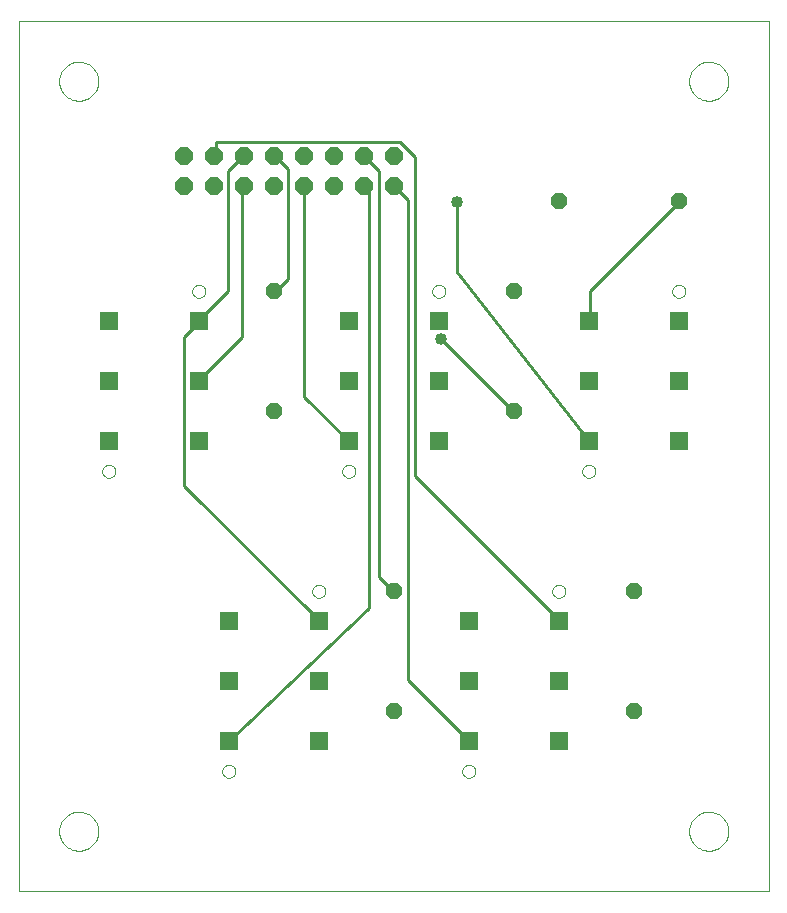
<source format=gtl>
G75*
G70*
%OFA0B0*%
%FSLAX24Y24*%
%IPPOS*%
%LPD*%
%AMOC8*
5,1,8,0,0,1.08239X$1,22.5*
%
%ADD10C,0.0000*%
%ADD11R,0.0591X0.0591*%
%ADD12OC8,0.0600*%
%ADD13OC8,0.0520*%
%ADD14C,0.0100*%
%ADD15C,0.0400*%
D10*
X000100Y000100D02*
X000100Y029100D01*
X025100Y029100D01*
X025100Y000100D01*
X000100Y000100D01*
X001450Y002100D02*
X001452Y002150D01*
X001458Y002200D01*
X001468Y002250D01*
X001481Y002298D01*
X001498Y002346D01*
X001519Y002392D01*
X001543Y002436D01*
X001571Y002478D01*
X001602Y002518D01*
X001636Y002555D01*
X001673Y002590D01*
X001712Y002621D01*
X001753Y002650D01*
X001797Y002675D01*
X001843Y002697D01*
X001890Y002715D01*
X001938Y002729D01*
X001987Y002740D01*
X002037Y002747D01*
X002087Y002750D01*
X002138Y002749D01*
X002188Y002744D01*
X002238Y002735D01*
X002286Y002723D01*
X002334Y002706D01*
X002380Y002686D01*
X002425Y002663D01*
X002468Y002636D01*
X002508Y002606D01*
X002546Y002573D01*
X002581Y002537D01*
X002614Y002498D01*
X002643Y002457D01*
X002669Y002414D01*
X002692Y002369D01*
X002711Y002322D01*
X002726Y002274D01*
X002738Y002225D01*
X002746Y002175D01*
X002750Y002125D01*
X002750Y002075D01*
X002746Y002025D01*
X002738Y001975D01*
X002726Y001926D01*
X002711Y001878D01*
X002692Y001831D01*
X002669Y001786D01*
X002643Y001743D01*
X002614Y001702D01*
X002581Y001663D01*
X002546Y001627D01*
X002508Y001594D01*
X002468Y001564D01*
X002425Y001537D01*
X002380Y001514D01*
X002334Y001494D01*
X002286Y001477D01*
X002238Y001465D01*
X002188Y001456D01*
X002138Y001451D01*
X002087Y001450D01*
X002037Y001453D01*
X001987Y001460D01*
X001938Y001471D01*
X001890Y001485D01*
X001843Y001503D01*
X001797Y001525D01*
X001753Y001550D01*
X001712Y001579D01*
X001673Y001610D01*
X001636Y001645D01*
X001602Y001682D01*
X001571Y001722D01*
X001543Y001764D01*
X001519Y001808D01*
X001498Y001854D01*
X001481Y001902D01*
X001468Y001950D01*
X001458Y002000D01*
X001452Y002050D01*
X001450Y002100D01*
X006883Y004100D02*
X006885Y004129D01*
X006891Y004157D01*
X006900Y004185D01*
X006913Y004211D01*
X006930Y004234D01*
X006949Y004256D01*
X006971Y004275D01*
X006996Y004290D01*
X007022Y004303D01*
X007050Y004311D01*
X007078Y004316D01*
X007107Y004317D01*
X007136Y004314D01*
X007164Y004307D01*
X007191Y004297D01*
X007217Y004283D01*
X007240Y004266D01*
X007261Y004246D01*
X007279Y004223D01*
X007294Y004198D01*
X007305Y004171D01*
X007313Y004143D01*
X007317Y004114D01*
X007317Y004086D01*
X007313Y004057D01*
X007305Y004029D01*
X007294Y004002D01*
X007279Y003977D01*
X007261Y003954D01*
X007240Y003934D01*
X007217Y003917D01*
X007191Y003903D01*
X007164Y003893D01*
X007136Y003886D01*
X007107Y003883D01*
X007078Y003884D01*
X007050Y003889D01*
X007022Y003897D01*
X006996Y003910D01*
X006971Y003925D01*
X006949Y003944D01*
X006930Y003966D01*
X006913Y003989D01*
X006900Y004015D01*
X006891Y004043D01*
X006885Y004071D01*
X006883Y004100D01*
X009883Y010100D02*
X009885Y010129D01*
X009891Y010157D01*
X009900Y010185D01*
X009913Y010211D01*
X009930Y010234D01*
X009949Y010256D01*
X009971Y010275D01*
X009996Y010290D01*
X010022Y010303D01*
X010050Y010311D01*
X010078Y010316D01*
X010107Y010317D01*
X010136Y010314D01*
X010164Y010307D01*
X010191Y010297D01*
X010217Y010283D01*
X010240Y010266D01*
X010261Y010246D01*
X010279Y010223D01*
X010294Y010198D01*
X010305Y010171D01*
X010313Y010143D01*
X010317Y010114D01*
X010317Y010086D01*
X010313Y010057D01*
X010305Y010029D01*
X010294Y010002D01*
X010279Y009977D01*
X010261Y009954D01*
X010240Y009934D01*
X010217Y009917D01*
X010191Y009903D01*
X010164Y009893D01*
X010136Y009886D01*
X010107Y009883D01*
X010078Y009884D01*
X010050Y009889D01*
X010022Y009897D01*
X009996Y009910D01*
X009971Y009925D01*
X009949Y009944D01*
X009930Y009966D01*
X009913Y009989D01*
X009900Y010015D01*
X009891Y010043D01*
X009885Y010071D01*
X009883Y010100D01*
X010883Y014100D02*
X010885Y014129D01*
X010891Y014157D01*
X010900Y014185D01*
X010913Y014211D01*
X010930Y014234D01*
X010949Y014256D01*
X010971Y014275D01*
X010996Y014290D01*
X011022Y014303D01*
X011050Y014311D01*
X011078Y014316D01*
X011107Y014317D01*
X011136Y014314D01*
X011164Y014307D01*
X011191Y014297D01*
X011217Y014283D01*
X011240Y014266D01*
X011261Y014246D01*
X011279Y014223D01*
X011294Y014198D01*
X011305Y014171D01*
X011313Y014143D01*
X011317Y014114D01*
X011317Y014086D01*
X011313Y014057D01*
X011305Y014029D01*
X011294Y014002D01*
X011279Y013977D01*
X011261Y013954D01*
X011240Y013934D01*
X011217Y013917D01*
X011191Y013903D01*
X011164Y013893D01*
X011136Y013886D01*
X011107Y013883D01*
X011078Y013884D01*
X011050Y013889D01*
X011022Y013897D01*
X010996Y013910D01*
X010971Y013925D01*
X010949Y013944D01*
X010930Y013966D01*
X010913Y013989D01*
X010900Y014015D01*
X010891Y014043D01*
X010885Y014071D01*
X010883Y014100D01*
X013883Y020100D02*
X013885Y020129D01*
X013891Y020157D01*
X013900Y020185D01*
X013913Y020211D01*
X013930Y020234D01*
X013949Y020256D01*
X013971Y020275D01*
X013996Y020290D01*
X014022Y020303D01*
X014050Y020311D01*
X014078Y020316D01*
X014107Y020317D01*
X014136Y020314D01*
X014164Y020307D01*
X014191Y020297D01*
X014217Y020283D01*
X014240Y020266D01*
X014261Y020246D01*
X014279Y020223D01*
X014294Y020198D01*
X014305Y020171D01*
X014313Y020143D01*
X014317Y020114D01*
X014317Y020086D01*
X014313Y020057D01*
X014305Y020029D01*
X014294Y020002D01*
X014279Y019977D01*
X014261Y019954D01*
X014240Y019934D01*
X014217Y019917D01*
X014191Y019903D01*
X014164Y019893D01*
X014136Y019886D01*
X014107Y019883D01*
X014078Y019884D01*
X014050Y019889D01*
X014022Y019897D01*
X013996Y019910D01*
X013971Y019925D01*
X013949Y019944D01*
X013930Y019966D01*
X013913Y019989D01*
X013900Y020015D01*
X013891Y020043D01*
X013885Y020071D01*
X013883Y020100D01*
X018883Y014100D02*
X018885Y014129D01*
X018891Y014157D01*
X018900Y014185D01*
X018913Y014211D01*
X018930Y014234D01*
X018949Y014256D01*
X018971Y014275D01*
X018996Y014290D01*
X019022Y014303D01*
X019050Y014311D01*
X019078Y014316D01*
X019107Y014317D01*
X019136Y014314D01*
X019164Y014307D01*
X019191Y014297D01*
X019217Y014283D01*
X019240Y014266D01*
X019261Y014246D01*
X019279Y014223D01*
X019294Y014198D01*
X019305Y014171D01*
X019313Y014143D01*
X019317Y014114D01*
X019317Y014086D01*
X019313Y014057D01*
X019305Y014029D01*
X019294Y014002D01*
X019279Y013977D01*
X019261Y013954D01*
X019240Y013934D01*
X019217Y013917D01*
X019191Y013903D01*
X019164Y013893D01*
X019136Y013886D01*
X019107Y013883D01*
X019078Y013884D01*
X019050Y013889D01*
X019022Y013897D01*
X018996Y013910D01*
X018971Y013925D01*
X018949Y013944D01*
X018930Y013966D01*
X018913Y013989D01*
X018900Y014015D01*
X018891Y014043D01*
X018885Y014071D01*
X018883Y014100D01*
X017883Y010100D02*
X017885Y010129D01*
X017891Y010157D01*
X017900Y010185D01*
X017913Y010211D01*
X017930Y010234D01*
X017949Y010256D01*
X017971Y010275D01*
X017996Y010290D01*
X018022Y010303D01*
X018050Y010311D01*
X018078Y010316D01*
X018107Y010317D01*
X018136Y010314D01*
X018164Y010307D01*
X018191Y010297D01*
X018217Y010283D01*
X018240Y010266D01*
X018261Y010246D01*
X018279Y010223D01*
X018294Y010198D01*
X018305Y010171D01*
X018313Y010143D01*
X018317Y010114D01*
X018317Y010086D01*
X018313Y010057D01*
X018305Y010029D01*
X018294Y010002D01*
X018279Y009977D01*
X018261Y009954D01*
X018240Y009934D01*
X018217Y009917D01*
X018191Y009903D01*
X018164Y009893D01*
X018136Y009886D01*
X018107Y009883D01*
X018078Y009884D01*
X018050Y009889D01*
X018022Y009897D01*
X017996Y009910D01*
X017971Y009925D01*
X017949Y009944D01*
X017930Y009966D01*
X017913Y009989D01*
X017900Y010015D01*
X017891Y010043D01*
X017885Y010071D01*
X017883Y010100D01*
X014883Y004100D02*
X014885Y004129D01*
X014891Y004157D01*
X014900Y004185D01*
X014913Y004211D01*
X014930Y004234D01*
X014949Y004256D01*
X014971Y004275D01*
X014996Y004290D01*
X015022Y004303D01*
X015050Y004311D01*
X015078Y004316D01*
X015107Y004317D01*
X015136Y004314D01*
X015164Y004307D01*
X015191Y004297D01*
X015217Y004283D01*
X015240Y004266D01*
X015261Y004246D01*
X015279Y004223D01*
X015294Y004198D01*
X015305Y004171D01*
X015313Y004143D01*
X015317Y004114D01*
X015317Y004086D01*
X015313Y004057D01*
X015305Y004029D01*
X015294Y004002D01*
X015279Y003977D01*
X015261Y003954D01*
X015240Y003934D01*
X015217Y003917D01*
X015191Y003903D01*
X015164Y003893D01*
X015136Y003886D01*
X015107Y003883D01*
X015078Y003884D01*
X015050Y003889D01*
X015022Y003897D01*
X014996Y003910D01*
X014971Y003925D01*
X014949Y003944D01*
X014930Y003966D01*
X014913Y003989D01*
X014900Y004015D01*
X014891Y004043D01*
X014885Y004071D01*
X014883Y004100D01*
X022450Y002100D02*
X022452Y002150D01*
X022458Y002200D01*
X022468Y002250D01*
X022481Y002298D01*
X022498Y002346D01*
X022519Y002392D01*
X022543Y002436D01*
X022571Y002478D01*
X022602Y002518D01*
X022636Y002555D01*
X022673Y002590D01*
X022712Y002621D01*
X022753Y002650D01*
X022797Y002675D01*
X022843Y002697D01*
X022890Y002715D01*
X022938Y002729D01*
X022987Y002740D01*
X023037Y002747D01*
X023087Y002750D01*
X023138Y002749D01*
X023188Y002744D01*
X023238Y002735D01*
X023286Y002723D01*
X023334Y002706D01*
X023380Y002686D01*
X023425Y002663D01*
X023468Y002636D01*
X023508Y002606D01*
X023546Y002573D01*
X023581Y002537D01*
X023614Y002498D01*
X023643Y002457D01*
X023669Y002414D01*
X023692Y002369D01*
X023711Y002322D01*
X023726Y002274D01*
X023738Y002225D01*
X023746Y002175D01*
X023750Y002125D01*
X023750Y002075D01*
X023746Y002025D01*
X023738Y001975D01*
X023726Y001926D01*
X023711Y001878D01*
X023692Y001831D01*
X023669Y001786D01*
X023643Y001743D01*
X023614Y001702D01*
X023581Y001663D01*
X023546Y001627D01*
X023508Y001594D01*
X023468Y001564D01*
X023425Y001537D01*
X023380Y001514D01*
X023334Y001494D01*
X023286Y001477D01*
X023238Y001465D01*
X023188Y001456D01*
X023138Y001451D01*
X023087Y001450D01*
X023037Y001453D01*
X022987Y001460D01*
X022938Y001471D01*
X022890Y001485D01*
X022843Y001503D01*
X022797Y001525D01*
X022753Y001550D01*
X022712Y001579D01*
X022673Y001610D01*
X022636Y001645D01*
X022602Y001682D01*
X022571Y001722D01*
X022543Y001764D01*
X022519Y001808D01*
X022498Y001854D01*
X022481Y001902D01*
X022468Y001950D01*
X022458Y002000D01*
X022452Y002050D01*
X022450Y002100D01*
X021883Y020100D02*
X021885Y020129D01*
X021891Y020157D01*
X021900Y020185D01*
X021913Y020211D01*
X021930Y020234D01*
X021949Y020256D01*
X021971Y020275D01*
X021996Y020290D01*
X022022Y020303D01*
X022050Y020311D01*
X022078Y020316D01*
X022107Y020317D01*
X022136Y020314D01*
X022164Y020307D01*
X022191Y020297D01*
X022217Y020283D01*
X022240Y020266D01*
X022261Y020246D01*
X022279Y020223D01*
X022294Y020198D01*
X022305Y020171D01*
X022313Y020143D01*
X022317Y020114D01*
X022317Y020086D01*
X022313Y020057D01*
X022305Y020029D01*
X022294Y020002D01*
X022279Y019977D01*
X022261Y019954D01*
X022240Y019934D01*
X022217Y019917D01*
X022191Y019903D01*
X022164Y019893D01*
X022136Y019886D01*
X022107Y019883D01*
X022078Y019884D01*
X022050Y019889D01*
X022022Y019897D01*
X021996Y019910D01*
X021971Y019925D01*
X021949Y019944D01*
X021930Y019966D01*
X021913Y019989D01*
X021900Y020015D01*
X021891Y020043D01*
X021885Y020071D01*
X021883Y020100D01*
X022450Y027100D02*
X022452Y027150D01*
X022458Y027200D01*
X022468Y027250D01*
X022481Y027298D01*
X022498Y027346D01*
X022519Y027392D01*
X022543Y027436D01*
X022571Y027478D01*
X022602Y027518D01*
X022636Y027555D01*
X022673Y027590D01*
X022712Y027621D01*
X022753Y027650D01*
X022797Y027675D01*
X022843Y027697D01*
X022890Y027715D01*
X022938Y027729D01*
X022987Y027740D01*
X023037Y027747D01*
X023087Y027750D01*
X023138Y027749D01*
X023188Y027744D01*
X023238Y027735D01*
X023286Y027723D01*
X023334Y027706D01*
X023380Y027686D01*
X023425Y027663D01*
X023468Y027636D01*
X023508Y027606D01*
X023546Y027573D01*
X023581Y027537D01*
X023614Y027498D01*
X023643Y027457D01*
X023669Y027414D01*
X023692Y027369D01*
X023711Y027322D01*
X023726Y027274D01*
X023738Y027225D01*
X023746Y027175D01*
X023750Y027125D01*
X023750Y027075D01*
X023746Y027025D01*
X023738Y026975D01*
X023726Y026926D01*
X023711Y026878D01*
X023692Y026831D01*
X023669Y026786D01*
X023643Y026743D01*
X023614Y026702D01*
X023581Y026663D01*
X023546Y026627D01*
X023508Y026594D01*
X023468Y026564D01*
X023425Y026537D01*
X023380Y026514D01*
X023334Y026494D01*
X023286Y026477D01*
X023238Y026465D01*
X023188Y026456D01*
X023138Y026451D01*
X023087Y026450D01*
X023037Y026453D01*
X022987Y026460D01*
X022938Y026471D01*
X022890Y026485D01*
X022843Y026503D01*
X022797Y026525D01*
X022753Y026550D01*
X022712Y026579D01*
X022673Y026610D01*
X022636Y026645D01*
X022602Y026682D01*
X022571Y026722D01*
X022543Y026764D01*
X022519Y026808D01*
X022498Y026854D01*
X022481Y026902D01*
X022468Y026950D01*
X022458Y027000D01*
X022452Y027050D01*
X022450Y027100D01*
X005883Y020100D02*
X005885Y020129D01*
X005891Y020157D01*
X005900Y020185D01*
X005913Y020211D01*
X005930Y020234D01*
X005949Y020256D01*
X005971Y020275D01*
X005996Y020290D01*
X006022Y020303D01*
X006050Y020311D01*
X006078Y020316D01*
X006107Y020317D01*
X006136Y020314D01*
X006164Y020307D01*
X006191Y020297D01*
X006217Y020283D01*
X006240Y020266D01*
X006261Y020246D01*
X006279Y020223D01*
X006294Y020198D01*
X006305Y020171D01*
X006313Y020143D01*
X006317Y020114D01*
X006317Y020086D01*
X006313Y020057D01*
X006305Y020029D01*
X006294Y020002D01*
X006279Y019977D01*
X006261Y019954D01*
X006240Y019934D01*
X006217Y019917D01*
X006191Y019903D01*
X006164Y019893D01*
X006136Y019886D01*
X006107Y019883D01*
X006078Y019884D01*
X006050Y019889D01*
X006022Y019897D01*
X005996Y019910D01*
X005971Y019925D01*
X005949Y019944D01*
X005930Y019966D01*
X005913Y019989D01*
X005900Y020015D01*
X005891Y020043D01*
X005885Y020071D01*
X005883Y020100D01*
X002883Y014100D02*
X002885Y014129D01*
X002891Y014157D01*
X002900Y014185D01*
X002913Y014211D01*
X002930Y014234D01*
X002949Y014256D01*
X002971Y014275D01*
X002996Y014290D01*
X003022Y014303D01*
X003050Y014311D01*
X003078Y014316D01*
X003107Y014317D01*
X003136Y014314D01*
X003164Y014307D01*
X003191Y014297D01*
X003217Y014283D01*
X003240Y014266D01*
X003261Y014246D01*
X003279Y014223D01*
X003294Y014198D01*
X003305Y014171D01*
X003313Y014143D01*
X003317Y014114D01*
X003317Y014086D01*
X003313Y014057D01*
X003305Y014029D01*
X003294Y014002D01*
X003279Y013977D01*
X003261Y013954D01*
X003240Y013934D01*
X003217Y013917D01*
X003191Y013903D01*
X003164Y013893D01*
X003136Y013886D01*
X003107Y013883D01*
X003078Y013884D01*
X003050Y013889D01*
X003022Y013897D01*
X002996Y013910D01*
X002971Y013925D01*
X002949Y013944D01*
X002930Y013966D01*
X002913Y013989D01*
X002900Y014015D01*
X002891Y014043D01*
X002885Y014071D01*
X002883Y014100D01*
X001450Y027100D02*
X001452Y027150D01*
X001458Y027200D01*
X001468Y027250D01*
X001481Y027298D01*
X001498Y027346D01*
X001519Y027392D01*
X001543Y027436D01*
X001571Y027478D01*
X001602Y027518D01*
X001636Y027555D01*
X001673Y027590D01*
X001712Y027621D01*
X001753Y027650D01*
X001797Y027675D01*
X001843Y027697D01*
X001890Y027715D01*
X001938Y027729D01*
X001987Y027740D01*
X002037Y027747D01*
X002087Y027750D01*
X002138Y027749D01*
X002188Y027744D01*
X002238Y027735D01*
X002286Y027723D01*
X002334Y027706D01*
X002380Y027686D01*
X002425Y027663D01*
X002468Y027636D01*
X002508Y027606D01*
X002546Y027573D01*
X002581Y027537D01*
X002614Y027498D01*
X002643Y027457D01*
X002669Y027414D01*
X002692Y027369D01*
X002711Y027322D01*
X002726Y027274D01*
X002738Y027225D01*
X002746Y027175D01*
X002750Y027125D01*
X002750Y027075D01*
X002746Y027025D01*
X002738Y026975D01*
X002726Y026926D01*
X002711Y026878D01*
X002692Y026831D01*
X002669Y026786D01*
X002643Y026743D01*
X002614Y026702D01*
X002581Y026663D01*
X002546Y026627D01*
X002508Y026594D01*
X002468Y026564D01*
X002425Y026537D01*
X002380Y026514D01*
X002334Y026494D01*
X002286Y026477D01*
X002238Y026465D01*
X002188Y026456D01*
X002138Y026451D01*
X002087Y026450D01*
X002037Y026453D01*
X001987Y026460D01*
X001938Y026471D01*
X001890Y026485D01*
X001843Y026503D01*
X001797Y026525D01*
X001753Y026550D01*
X001712Y026579D01*
X001673Y026610D01*
X001636Y026645D01*
X001602Y026682D01*
X001571Y026722D01*
X001543Y026764D01*
X001519Y026808D01*
X001498Y026854D01*
X001481Y026902D01*
X001468Y026950D01*
X001458Y027000D01*
X001452Y027050D01*
X001450Y027100D01*
D11*
X003100Y019100D03*
X003100Y017100D03*
X003100Y015100D03*
X006100Y015100D03*
X006100Y017100D03*
X006100Y019100D03*
X011100Y019100D03*
X011100Y017100D03*
X011100Y015100D03*
X014100Y015100D03*
X014100Y017100D03*
X014100Y019100D03*
X019100Y019100D03*
X019100Y017100D03*
X019100Y015100D03*
X022100Y015100D03*
X022100Y017100D03*
X022100Y019100D03*
X018100Y009100D03*
X018100Y007100D03*
X018100Y005100D03*
X015100Y005100D03*
X015100Y007100D03*
X015100Y009100D03*
X010100Y009100D03*
X010100Y007100D03*
X010100Y005100D03*
X007100Y005100D03*
X007100Y007100D03*
X007100Y009100D03*
D12*
X006600Y023600D03*
X006600Y024600D03*
X005600Y024600D03*
X005600Y023600D03*
X007600Y023600D03*
X007600Y024600D03*
X008600Y024600D03*
X008600Y023600D03*
X009600Y023600D03*
X009600Y024600D03*
X010600Y024600D03*
X010600Y023600D03*
X011600Y023600D03*
X011600Y024600D03*
X012600Y024600D03*
X012600Y023600D03*
D13*
X016600Y020100D03*
X018100Y023100D03*
X022100Y023100D03*
X016600Y016100D03*
X012600Y010100D03*
X012600Y006100D03*
X020600Y006100D03*
X020600Y010100D03*
X008600Y016100D03*
X008600Y020100D03*
D14*
X008660Y020100D01*
X009060Y020500D01*
X009060Y024180D01*
X008660Y024580D01*
X008600Y024600D01*
X007600Y024600D02*
X007540Y024580D01*
X007060Y024100D01*
X007060Y020100D01*
X006100Y019140D01*
X006100Y019100D01*
X006100Y019060D01*
X005620Y018580D01*
X005620Y013620D01*
X010100Y009140D01*
X010100Y009100D01*
X011790Y009540D02*
X011790Y023540D01*
X011600Y023600D01*
X012100Y024100D02*
X011600Y024600D01*
X012100Y024100D02*
X012100Y010580D01*
X012580Y010100D01*
X012600Y010100D01*
X011790Y009540D02*
X007100Y005100D01*
X013060Y007140D02*
X013060Y023140D01*
X012600Y023600D01*
X013300Y024580D02*
X012820Y025060D01*
X006660Y025060D01*
X006660Y024660D01*
X006600Y024600D01*
X007600Y023600D02*
X007540Y023540D01*
X007540Y018580D01*
X006100Y017140D01*
X006100Y017100D01*
X009620Y016580D02*
X009620Y023540D01*
X009600Y023600D01*
X013300Y024580D02*
X013300Y013940D01*
X018100Y009140D01*
X018100Y009100D01*
X015100Y005100D02*
X013060Y007140D01*
X011100Y015100D02*
X009620Y016580D01*
X014180Y018500D02*
X016580Y016100D01*
X016600Y016100D01*
X019100Y015100D02*
X014700Y020750D01*
X014700Y023070D01*
X019140Y020100D02*
X019140Y019140D01*
X019100Y019100D01*
X019140Y020100D02*
X022100Y023060D01*
X022100Y023100D01*
D15*
X014700Y023070D03*
X014180Y018500D03*
M02*

</source>
